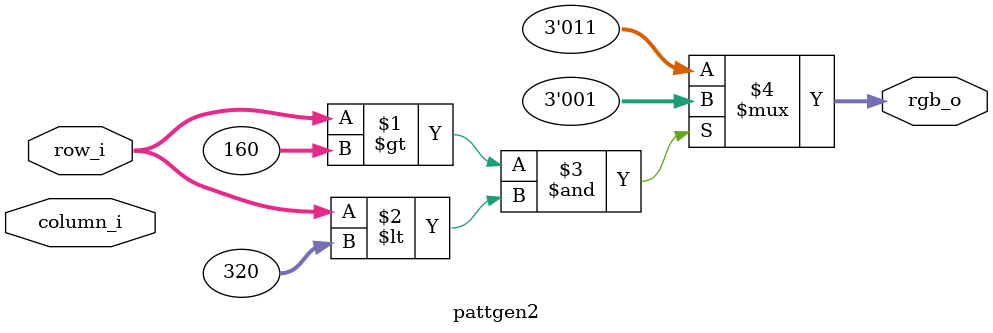
<source format=v>
module pattgen2(
// lista de porturi

 output 	[2:0] rgb_o,					
 input 		[9:0] row_i,	      
 input 		[9:0] column_i		
);

//lista parametrii interni
//localparam x2 = 160; // prima treime din imagine (480/3)
//localparam x3 = 320; 
 
//culori
localparam GREEN     = 3'b010;
localparam RED	     = 3'b100;
localparam BLUE	     = 3'b001;
localparam CYAN      = 3'b011;
		


assign rgb_o = ((row_i > 160) & (row_i < 320))? BLUE : CYAN;


endmodule
</source>
